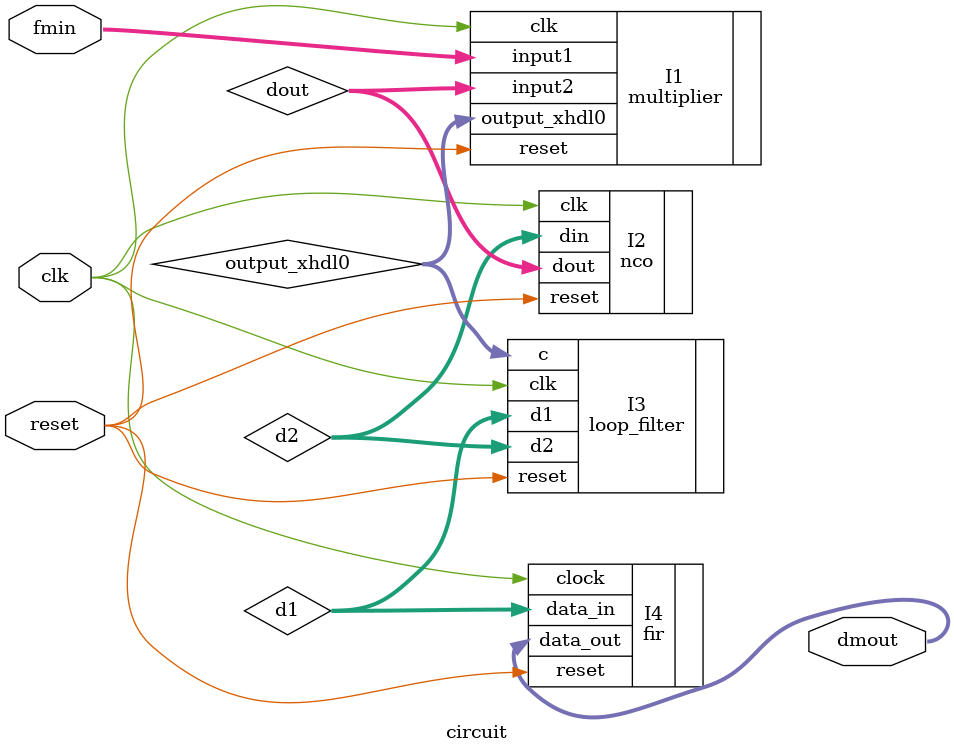
<source format=v>
module circuit(
   input         clk,
   input         reset,
   input  [7:0]  fmin,
   output [11:0] dmout
);

wire [11:0]   d1;
wire [11:0]   d2;
wire [7:0]    dout;
wire [7:0]    output_xhdl0;
   
multiplier I1(
	.clk(clk), 
	.reset(reset), 
	.input1(fmin), 
	.input2(dout), 
	.output_xhdl0(output_xhdl0)
);

fir I4(
	.clock(clk), 
	.reset(reset), 
	.data_in(d1), 
	.data_out(dmout)
);

loop_filter I3(
	.clk(clk), 
	.reset(reset), 
	.c(output_xhdl0), 
	.d1(d1), 
	.d2(d2)
);

nco I2(
	.clk(clk), 
	.reset(reset), 
	.din(d2), 
	.dout(dout)
);
   
endmodule

</source>
